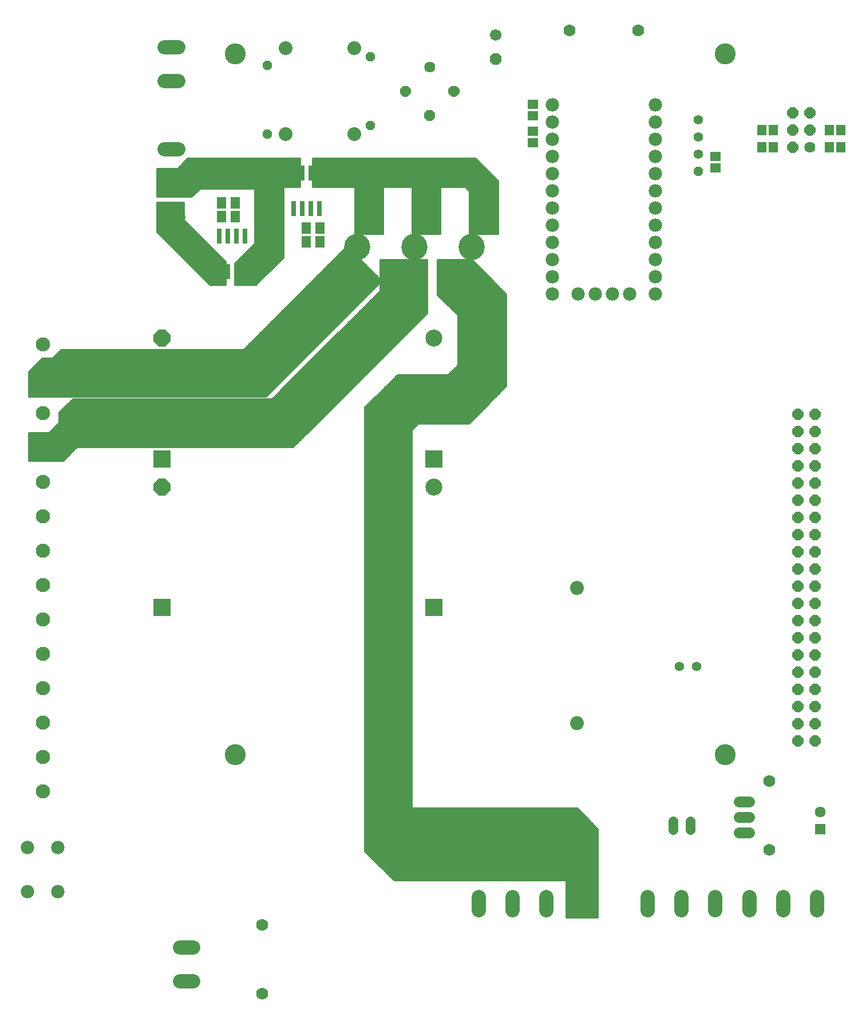
<source format=gbs>
G75*
G70*
%OFA0B0*%
%FSLAX24Y24*%
%IPPOS*%
%LPD*%
%AMOC8*
5,1,8,0,0,1.08239X$1,22.5*
%
%ADD10C,0.1221*%
%ADD11C,0.0160*%
%ADD12C,0.0560*%
%ADD13C,0.0808*%
%ADD14C,0.0780*%
%ADD15R,0.0631X0.0552*%
%ADD16OC8,0.0555*%
%ADD17C,0.0555*%
%ADD18C,0.0820*%
%ADD19R,0.0280X0.0910*%
%ADD20R,0.0552X0.0670*%
%ADD21C,0.0800*%
%ADD22OC8,0.0560*%
%ADD23OC8,0.0640*%
%ADD24R,0.0985X0.0985*%
%ADD25OC8,0.0985*%
%ADD26C,0.0985*%
%ADD27C,0.0640*%
%ADD28C,0.0560*%
%ADD29C,0.0700*%
%ADD30OC8,0.1040*%
%ADD31C,0.1528*%
%ADD32C,0.0640*%
%ADD33R,0.0552X0.0631*%
%ADD34OC8,0.0670*%
%ADD35C,0.0670*%
%ADD36C,0.0128*%
%ADD37R,0.0634X0.0634*%
%ADD38C,0.0634*%
%ADD39C,0.0827*%
D10*
X015012Y015898D03*
X043556Y015898D03*
X043556Y056646D03*
X015012Y056646D03*
D11*
X012256Y050544D02*
X011666Y049953D01*
X010485Y049953D01*
X010485Y048378D01*
X012453Y048378D01*
X012945Y048870D01*
X016193Y048870D01*
X016193Y045622D01*
X015012Y044441D01*
X015012Y043260D01*
X016193Y043260D01*
X017768Y044835D01*
X017768Y048969D01*
X018752Y048969D01*
X018752Y050544D01*
X012256Y050544D01*
X012107Y050395D02*
X018752Y050395D01*
X018752Y050236D02*
X011949Y050236D01*
X011790Y050078D02*
X018752Y050078D01*
X018752Y049919D02*
X010485Y049919D01*
X010485Y049761D02*
X018752Y049761D01*
X018752Y049602D02*
X010485Y049602D01*
X010485Y049444D02*
X018752Y049444D01*
X018752Y049285D02*
X010485Y049285D01*
X010485Y049127D02*
X018752Y049127D01*
X019540Y049127D02*
X030268Y049127D01*
X030268Y049264D02*
X028989Y050544D01*
X019540Y050544D01*
X019540Y050347D01*
X019540Y048969D01*
X022000Y048969D01*
X022000Y046213D01*
X023575Y046213D01*
X023575Y048969D01*
X025347Y048969D01*
X025347Y046213D01*
X026922Y046213D01*
X026922Y048969D01*
X028398Y048969D01*
X028693Y048674D01*
X028693Y046213D01*
X030268Y046213D01*
X030268Y049264D01*
X030247Y049285D02*
X019540Y049285D01*
X019540Y049444D02*
X030089Y049444D01*
X029930Y049602D02*
X019540Y049602D01*
X019540Y049761D02*
X029772Y049761D01*
X029613Y049919D02*
X019540Y049919D01*
X019540Y050078D02*
X029455Y050078D01*
X029296Y050236D02*
X019540Y050236D01*
X019540Y050395D02*
X029138Y050395D01*
X028399Y048968D02*
X030268Y048968D01*
X030268Y048810D02*
X028557Y048810D01*
X028693Y048651D02*
X030268Y048651D01*
X030268Y048493D02*
X028693Y048493D01*
X028693Y048334D02*
X030268Y048334D01*
X030268Y048176D02*
X028693Y048176D01*
X028693Y048017D02*
X030268Y048017D01*
X030268Y047859D02*
X028693Y047859D01*
X028693Y047700D02*
X030268Y047700D01*
X030268Y047542D02*
X028693Y047542D01*
X028693Y047383D02*
X030268Y047383D01*
X030268Y047225D02*
X028693Y047225D01*
X028693Y047066D02*
X030268Y047066D01*
X030268Y046908D02*
X028693Y046908D01*
X028693Y046749D02*
X030268Y046749D01*
X030268Y046591D02*
X028693Y046591D01*
X028693Y046432D02*
X030268Y046432D01*
X030268Y046274D02*
X028693Y046274D01*
X028792Y044638D02*
X026823Y044638D01*
X026823Y042670D01*
X028004Y041489D01*
X028004Y038536D01*
X027414Y037945D01*
X024461Y037945D01*
X023674Y037158D01*
X022689Y036174D01*
X022591Y036075D01*
X022591Y010288D01*
X024264Y008615D01*
X034304Y008615D01*
X034304Y006449D01*
X036075Y006449D01*
X036075Y011567D01*
X034894Y012748D01*
X025248Y012748D01*
X025248Y034796D01*
X025642Y035189D01*
X028595Y035189D01*
X030760Y037355D01*
X030760Y042670D01*
X029185Y044244D01*
X028792Y044638D01*
X028900Y044530D02*
X026823Y044530D01*
X026823Y044372D02*
X029058Y044372D01*
X029217Y044213D02*
X026823Y044213D01*
X026823Y044055D02*
X029375Y044055D01*
X029534Y043896D02*
X026823Y043896D01*
X026823Y043738D02*
X029692Y043738D01*
X029851Y043579D02*
X026823Y043579D01*
X026823Y043421D02*
X030009Y043421D01*
X030168Y043262D02*
X026823Y043262D01*
X026823Y043104D02*
X030326Y043104D01*
X030485Y042945D02*
X026823Y042945D01*
X026823Y042787D02*
X030643Y042787D01*
X030760Y042628D02*
X026865Y042628D01*
X027023Y042470D02*
X030760Y042470D01*
X030760Y042311D02*
X027182Y042311D01*
X027340Y042153D02*
X030760Y042153D01*
X030760Y041994D02*
X027499Y041994D01*
X027657Y041836D02*
X030760Y041836D01*
X030760Y041677D02*
X027816Y041677D01*
X027974Y041519D02*
X030760Y041519D01*
X030760Y041360D02*
X028004Y041360D01*
X028004Y041202D02*
X030760Y041202D01*
X030760Y041043D02*
X028004Y041043D01*
X028004Y040885D02*
X030760Y040885D01*
X030760Y040726D02*
X028004Y040726D01*
X028004Y040568D02*
X030760Y040568D01*
X030760Y040409D02*
X028004Y040409D01*
X028004Y040251D02*
X030760Y040251D01*
X030760Y040092D02*
X028004Y040092D01*
X028004Y039934D02*
X030760Y039934D01*
X030760Y039775D02*
X028004Y039775D01*
X028004Y039617D02*
X030760Y039617D01*
X030760Y039458D02*
X028004Y039458D01*
X028004Y039300D02*
X030760Y039300D01*
X030760Y039141D02*
X028004Y039141D01*
X028004Y038983D02*
X030760Y038983D01*
X030760Y038824D02*
X028004Y038824D01*
X028004Y038666D02*
X030760Y038666D01*
X030760Y038507D02*
X027976Y038507D01*
X027817Y038349D02*
X030760Y038349D01*
X030760Y038190D02*
X027659Y038190D01*
X027500Y038032D02*
X030760Y038032D01*
X030760Y037873D02*
X024389Y037873D01*
X024230Y037715D02*
X030760Y037715D01*
X030760Y037556D02*
X024072Y037556D01*
X023913Y037398D02*
X030760Y037398D01*
X030645Y037239D02*
X023755Y037239D01*
X023596Y037081D02*
X030486Y037081D01*
X030328Y036922D02*
X023438Y036922D01*
X023279Y036764D02*
X030169Y036764D01*
X030011Y036605D02*
X023121Y036605D01*
X022962Y036447D02*
X029852Y036447D01*
X029694Y036288D02*
X022804Y036288D01*
X022645Y036130D02*
X029535Y036130D01*
X029377Y035971D02*
X022591Y035971D01*
X022591Y035813D02*
X029218Y035813D01*
X029060Y035654D02*
X022591Y035654D01*
X022591Y035496D02*
X028901Y035496D01*
X028743Y035337D02*
X022591Y035337D01*
X022591Y035179D02*
X025631Y035179D01*
X025473Y035020D02*
X022591Y035020D01*
X022591Y034862D02*
X025314Y034862D01*
X025248Y034703D02*
X022591Y034703D01*
X022591Y034545D02*
X025248Y034545D01*
X025248Y034386D02*
X022591Y034386D01*
X022591Y034228D02*
X025248Y034228D01*
X025248Y034069D02*
X022591Y034069D01*
X022591Y033911D02*
X025248Y033911D01*
X025248Y033752D02*
X022591Y033752D01*
X022591Y033594D02*
X025248Y033594D01*
X025248Y033435D02*
X022591Y033435D01*
X022591Y033277D02*
X025248Y033277D01*
X025248Y033118D02*
X022591Y033118D01*
X022591Y032960D02*
X025248Y032960D01*
X025248Y032801D02*
X022591Y032801D01*
X022591Y032643D02*
X025248Y032643D01*
X025248Y032484D02*
X022591Y032484D01*
X022591Y032326D02*
X025248Y032326D01*
X025248Y032167D02*
X022591Y032167D01*
X022591Y032009D02*
X025248Y032009D01*
X025248Y031850D02*
X022591Y031850D01*
X022591Y031692D02*
X025248Y031692D01*
X025248Y031533D02*
X022591Y031533D01*
X022591Y031375D02*
X025248Y031375D01*
X025248Y031216D02*
X022591Y031216D01*
X022591Y031058D02*
X025248Y031058D01*
X025248Y030899D02*
X022591Y030899D01*
X022591Y030741D02*
X025248Y030741D01*
X025248Y030582D02*
X022591Y030582D01*
X022591Y030424D02*
X025248Y030424D01*
X025248Y030265D02*
X022591Y030265D01*
X022591Y030107D02*
X025248Y030107D01*
X025248Y029948D02*
X022591Y029948D01*
X022591Y029790D02*
X025248Y029790D01*
X025248Y029631D02*
X022591Y029631D01*
X022591Y029473D02*
X025248Y029473D01*
X025248Y029314D02*
X022591Y029314D01*
X022591Y029156D02*
X025248Y029156D01*
X025248Y028997D02*
X022591Y028997D01*
X022591Y028839D02*
X025248Y028839D01*
X025248Y028680D02*
X022591Y028680D01*
X022591Y028522D02*
X025248Y028522D01*
X025248Y028363D02*
X022591Y028363D01*
X022591Y028205D02*
X025248Y028205D01*
X025248Y028046D02*
X022591Y028046D01*
X022591Y027888D02*
X025248Y027888D01*
X025248Y027729D02*
X022591Y027729D01*
X022591Y027571D02*
X025248Y027571D01*
X025248Y027412D02*
X022591Y027412D01*
X022591Y027254D02*
X025248Y027254D01*
X025248Y027095D02*
X022591Y027095D01*
X022591Y026937D02*
X025248Y026937D01*
X025248Y026778D02*
X022591Y026778D01*
X022591Y026620D02*
X025248Y026620D01*
X025248Y026461D02*
X022591Y026461D01*
X022591Y026303D02*
X025248Y026303D01*
X025248Y026144D02*
X022591Y026144D01*
X022591Y025986D02*
X025248Y025986D01*
X025248Y025827D02*
X022591Y025827D01*
X022591Y025669D02*
X025248Y025669D01*
X025248Y025510D02*
X022591Y025510D01*
X022591Y025352D02*
X025248Y025352D01*
X025248Y025193D02*
X022591Y025193D01*
X022591Y025035D02*
X025248Y025035D01*
X025248Y024876D02*
X022591Y024876D01*
X022591Y024718D02*
X025248Y024718D01*
X025248Y024559D02*
X022591Y024559D01*
X022591Y024401D02*
X025248Y024401D01*
X025248Y024242D02*
X022591Y024242D01*
X022591Y024084D02*
X025248Y024084D01*
X025248Y023925D02*
X022591Y023925D01*
X022591Y023767D02*
X025248Y023767D01*
X025248Y023608D02*
X022591Y023608D01*
X022591Y023450D02*
X025248Y023450D01*
X025248Y023291D02*
X022591Y023291D01*
X022591Y023133D02*
X025248Y023133D01*
X025248Y022974D02*
X022591Y022974D01*
X022591Y022816D02*
X025248Y022816D01*
X025248Y022657D02*
X022591Y022657D01*
X022591Y022499D02*
X025248Y022499D01*
X025248Y022340D02*
X022591Y022340D01*
X022591Y022182D02*
X025248Y022182D01*
X025248Y022023D02*
X022591Y022023D01*
X022591Y021865D02*
X025248Y021865D01*
X025248Y021706D02*
X022591Y021706D01*
X022591Y021548D02*
X025248Y021548D01*
X025248Y021389D02*
X022591Y021389D01*
X022591Y021231D02*
X025248Y021231D01*
X025248Y021072D02*
X022591Y021072D01*
X022591Y020914D02*
X025248Y020914D01*
X025248Y020755D02*
X022591Y020755D01*
X022591Y020597D02*
X025248Y020597D01*
X025248Y020438D02*
X022591Y020438D01*
X022591Y020280D02*
X025248Y020280D01*
X025248Y020121D02*
X022591Y020121D01*
X022591Y019963D02*
X025248Y019963D01*
X025248Y019804D02*
X022591Y019804D01*
X022591Y019646D02*
X025248Y019646D01*
X025248Y019487D02*
X022591Y019487D01*
X022591Y019329D02*
X025248Y019329D01*
X025248Y019170D02*
X022591Y019170D01*
X022591Y019012D02*
X025248Y019012D01*
X025248Y018853D02*
X022591Y018853D01*
X022591Y018695D02*
X025248Y018695D01*
X025248Y018536D02*
X022591Y018536D01*
X022591Y018378D02*
X025248Y018378D01*
X025248Y018219D02*
X022591Y018219D01*
X022591Y018061D02*
X025248Y018061D01*
X025248Y017902D02*
X022591Y017902D01*
X022591Y017744D02*
X025248Y017744D01*
X025248Y017585D02*
X022591Y017585D01*
X022591Y017427D02*
X025248Y017427D01*
X025248Y017268D02*
X022591Y017268D01*
X022591Y017110D02*
X025248Y017110D01*
X025248Y016951D02*
X022591Y016951D01*
X022591Y016793D02*
X025248Y016793D01*
X025248Y016634D02*
X022591Y016634D01*
X022591Y016476D02*
X025248Y016476D01*
X025248Y016317D02*
X022591Y016317D01*
X022591Y016159D02*
X025248Y016159D01*
X025248Y016000D02*
X022591Y016000D01*
X022591Y015842D02*
X025248Y015842D01*
X025248Y015683D02*
X022591Y015683D01*
X022591Y015525D02*
X025248Y015525D01*
X025248Y015366D02*
X022591Y015366D01*
X022591Y015208D02*
X025248Y015208D01*
X025248Y015049D02*
X022591Y015049D01*
X022591Y014891D02*
X025248Y014891D01*
X025248Y014732D02*
X022591Y014732D01*
X022591Y014574D02*
X025248Y014574D01*
X025248Y014415D02*
X022591Y014415D01*
X022591Y014257D02*
X025248Y014257D01*
X025248Y014098D02*
X022591Y014098D01*
X022591Y013940D02*
X025248Y013940D01*
X025248Y013781D02*
X022591Y013781D01*
X022591Y013623D02*
X025248Y013623D01*
X025248Y013464D02*
X022591Y013464D01*
X022591Y013306D02*
X025248Y013306D01*
X025248Y013147D02*
X022591Y013147D01*
X022591Y012989D02*
X025248Y012989D01*
X025248Y012830D02*
X022591Y012830D01*
X022591Y012672D02*
X034971Y012672D01*
X035130Y012513D02*
X022591Y012513D01*
X022591Y012355D02*
X035288Y012355D01*
X035447Y012196D02*
X022591Y012196D01*
X022591Y012038D02*
X035605Y012038D01*
X035764Y011879D02*
X022591Y011879D01*
X022591Y011721D02*
X035922Y011721D01*
X036075Y011562D02*
X022591Y011562D01*
X022591Y011404D02*
X036075Y011404D01*
X036075Y011245D02*
X022591Y011245D01*
X022591Y011087D02*
X036075Y011087D01*
X036075Y010928D02*
X022591Y010928D01*
X022591Y010770D02*
X036075Y010770D01*
X036075Y010611D02*
X022591Y010611D01*
X022591Y010453D02*
X036075Y010453D01*
X036075Y010294D02*
X022591Y010294D01*
X022743Y010136D02*
X036075Y010136D01*
X036075Y009977D02*
X022902Y009977D01*
X023060Y009819D02*
X036075Y009819D01*
X036075Y009660D02*
X023219Y009660D01*
X023377Y009502D02*
X036075Y009502D01*
X036075Y009343D02*
X023536Y009343D01*
X023694Y009185D02*
X036075Y009185D01*
X036075Y009026D02*
X023853Y009026D01*
X024011Y008868D02*
X036075Y008868D01*
X036075Y008709D02*
X024170Y008709D01*
X034304Y008551D02*
X036075Y008551D01*
X036075Y008392D02*
X034304Y008392D01*
X034304Y008234D02*
X036075Y008234D01*
X036075Y008075D02*
X034304Y008075D01*
X034304Y007917D02*
X036075Y007917D01*
X036075Y007758D02*
X034304Y007758D01*
X034304Y007600D02*
X036075Y007600D01*
X036075Y007441D02*
X034304Y007441D01*
X034304Y007283D02*
X036075Y007283D01*
X036075Y007124D02*
X034304Y007124D01*
X034304Y006966D02*
X036075Y006966D01*
X036075Y006807D02*
X034304Y006807D01*
X034304Y006649D02*
X036075Y006649D01*
X036075Y006490D02*
X034304Y006490D01*
X018359Y033811D02*
X019933Y035386D01*
X026036Y041489D01*
X026134Y041587D01*
X026134Y044638D01*
X023477Y044638D01*
X023477Y042867D01*
X023280Y042670D01*
X018359Y037748D01*
X017178Y036567D01*
X005563Y036567D01*
X004776Y035780D01*
X004776Y035189D01*
X004185Y034599D01*
X003004Y034599D01*
X003004Y033024D01*
X004973Y033024D01*
X005760Y033811D01*
X018359Y033811D01*
X018458Y033911D02*
X003004Y033911D01*
X003004Y034069D02*
X018616Y034069D01*
X018775Y034228D02*
X003004Y034228D01*
X003004Y034386D02*
X018933Y034386D01*
X019092Y034545D02*
X003004Y034545D01*
X003004Y033752D02*
X005701Y033752D01*
X005542Y033594D02*
X003004Y033594D01*
X003004Y033435D02*
X005384Y033435D01*
X005225Y033277D02*
X003004Y033277D01*
X003004Y033118D02*
X005067Y033118D01*
X004290Y034703D02*
X019250Y034703D01*
X019409Y034862D02*
X004448Y034862D01*
X004607Y035020D02*
X019567Y035020D01*
X019726Y035179D02*
X004765Y035179D01*
X004776Y035337D02*
X019884Y035337D01*
X020043Y035496D02*
X004776Y035496D01*
X004776Y035654D02*
X020201Y035654D01*
X020360Y035813D02*
X004809Y035813D01*
X004967Y035971D02*
X020518Y035971D01*
X020677Y036130D02*
X005126Y036130D01*
X005284Y036288D02*
X020835Y036288D01*
X020994Y036447D02*
X005443Y036447D01*
X004382Y038930D02*
X003792Y038930D01*
X003004Y038142D01*
X003004Y036764D01*
X016784Y036764D01*
X019737Y039717D01*
X023477Y043457D01*
X023280Y043654D01*
X023083Y043851D01*
X021508Y045426D01*
X017178Y041095D01*
X015504Y039422D01*
X004874Y039422D01*
X004776Y039323D01*
X004382Y038930D01*
X004435Y038983D02*
X019002Y038983D01*
X019161Y039141D02*
X004594Y039141D01*
X004752Y039300D02*
X019319Y039300D01*
X019478Y039458D02*
X015541Y039458D01*
X015699Y039617D02*
X019636Y039617D01*
X019795Y039775D02*
X015858Y039775D01*
X016016Y039934D02*
X019953Y039934D01*
X020112Y040092D02*
X016175Y040092D01*
X016333Y040251D02*
X020270Y040251D01*
X020429Y040409D02*
X016492Y040409D01*
X016650Y040568D02*
X020587Y040568D01*
X020746Y040726D02*
X016809Y040726D01*
X016967Y040885D02*
X020904Y040885D01*
X021063Y041043D02*
X017126Y041043D01*
X017284Y041202D02*
X021221Y041202D01*
X021380Y041360D02*
X017443Y041360D01*
X017601Y041519D02*
X021538Y041519D01*
X021697Y041677D02*
X017760Y041677D01*
X017918Y041836D02*
X021855Y041836D01*
X022014Y041994D02*
X018077Y041994D01*
X018235Y042153D02*
X022172Y042153D01*
X022331Y042311D02*
X018394Y042311D01*
X018552Y042470D02*
X022489Y042470D01*
X022648Y042628D02*
X018711Y042628D01*
X018869Y042787D02*
X022806Y042787D01*
X022965Y042945D02*
X019028Y042945D01*
X019186Y043104D02*
X023123Y043104D01*
X023282Y043262D02*
X019345Y043262D01*
X019503Y043421D02*
X023440Y043421D01*
X023477Y043421D02*
X026134Y043421D01*
X026134Y043579D02*
X023477Y043579D01*
X023355Y043579D02*
X019662Y043579D01*
X019820Y043738D02*
X023196Y043738D01*
X023038Y043896D02*
X019979Y043896D01*
X020137Y044055D02*
X022879Y044055D01*
X022721Y044213D02*
X020296Y044213D01*
X020454Y044372D02*
X022562Y044372D01*
X022404Y044530D02*
X020613Y044530D01*
X020771Y044689D02*
X022245Y044689D01*
X022087Y044847D02*
X020930Y044847D01*
X021088Y045006D02*
X021928Y045006D01*
X021770Y045164D02*
X021247Y045164D01*
X021405Y045323D02*
X021611Y045323D01*
X022000Y046274D02*
X023575Y046274D01*
X023575Y046432D02*
X022000Y046432D01*
X022000Y046591D02*
X023575Y046591D01*
X023575Y046749D02*
X022000Y046749D01*
X022000Y046908D02*
X023575Y046908D01*
X023575Y047066D02*
X022000Y047066D01*
X022000Y047225D02*
X023575Y047225D01*
X023575Y047383D02*
X022000Y047383D01*
X022000Y047542D02*
X023575Y047542D01*
X023575Y047700D02*
X022000Y047700D01*
X022000Y047859D02*
X023575Y047859D01*
X023575Y048017D02*
X022000Y048017D01*
X022000Y048176D02*
X023575Y048176D01*
X023575Y048334D02*
X022000Y048334D01*
X022000Y048493D02*
X023575Y048493D01*
X023575Y048651D02*
X022000Y048651D01*
X022000Y048810D02*
X023575Y048810D01*
X023575Y048968D02*
X022000Y048968D01*
X025347Y048968D02*
X026922Y048968D01*
X026922Y048810D02*
X025347Y048810D01*
X025347Y048651D02*
X026922Y048651D01*
X026922Y048493D02*
X025347Y048493D01*
X025347Y048334D02*
X026922Y048334D01*
X026922Y048176D02*
X025347Y048176D01*
X025347Y048017D02*
X026922Y048017D01*
X026922Y047859D02*
X025347Y047859D01*
X025347Y047700D02*
X026922Y047700D01*
X026922Y047542D02*
X025347Y047542D01*
X025347Y047383D02*
X026922Y047383D01*
X026922Y047225D02*
X025347Y047225D01*
X025347Y047066D02*
X026922Y047066D01*
X026922Y046908D02*
X025347Y046908D01*
X025347Y046749D02*
X026922Y046749D01*
X026922Y046591D02*
X025347Y046591D01*
X025347Y046432D02*
X026922Y046432D01*
X026922Y046274D02*
X025347Y046274D01*
X026134Y044530D02*
X023477Y044530D01*
X023477Y044372D02*
X026134Y044372D01*
X026134Y044213D02*
X023477Y044213D01*
X023477Y044055D02*
X026134Y044055D01*
X026134Y043896D02*
X023477Y043896D01*
X023477Y043738D02*
X026134Y043738D01*
X026134Y043262D02*
X023477Y043262D01*
X023477Y043104D02*
X026134Y043104D01*
X026134Y042945D02*
X023477Y042945D01*
X023397Y042787D02*
X026134Y042787D01*
X026134Y042628D02*
X023238Y042628D01*
X023080Y042470D02*
X026134Y042470D01*
X026134Y042311D02*
X022921Y042311D01*
X022763Y042153D02*
X026134Y042153D01*
X026134Y041994D02*
X022604Y041994D01*
X022446Y041836D02*
X026134Y041836D01*
X026134Y041677D02*
X022287Y041677D01*
X022129Y041519D02*
X026066Y041519D01*
X025907Y041360D02*
X021970Y041360D01*
X021812Y041202D02*
X025749Y041202D01*
X025590Y041043D02*
X021653Y041043D01*
X021495Y040885D02*
X025432Y040885D01*
X025273Y040726D02*
X021336Y040726D01*
X021178Y040568D02*
X025115Y040568D01*
X024956Y040409D02*
X021019Y040409D01*
X020861Y040251D02*
X024798Y040251D01*
X024639Y040092D02*
X020702Y040092D01*
X020544Y039934D02*
X024481Y039934D01*
X024322Y039775D02*
X020385Y039775D01*
X020227Y039617D02*
X024164Y039617D01*
X024005Y039458D02*
X020068Y039458D01*
X019910Y039300D02*
X023847Y039300D01*
X023688Y039141D02*
X019751Y039141D01*
X019593Y038983D02*
X023530Y038983D01*
X023371Y038824D02*
X019434Y038824D01*
X019276Y038666D02*
X023213Y038666D01*
X023054Y038507D02*
X019117Y038507D01*
X018959Y038349D02*
X022896Y038349D01*
X022737Y038190D02*
X018800Y038190D01*
X018642Y038032D02*
X022579Y038032D01*
X022420Y037873D02*
X018483Y037873D01*
X018325Y037715D02*
X022262Y037715D01*
X022103Y037556D02*
X018166Y037556D01*
X018008Y037398D02*
X021945Y037398D01*
X021786Y037239D02*
X017849Y037239D01*
X017691Y037081D02*
X021628Y037081D01*
X021469Y036922D02*
X017532Y036922D01*
X017374Y036764D02*
X021311Y036764D01*
X021152Y036605D02*
X017215Y036605D01*
X016942Y036922D02*
X003004Y036922D01*
X003004Y037081D02*
X017100Y037081D01*
X017259Y037239D02*
X003004Y037239D01*
X003004Y037398D02*
X017417Y037398D01*
X017576Y037556D02*
X003004Y037556D01*
X003004Y037715D02*
X017734Y037715D01*
X017893Y037873D02*
X003004Y037873D01*
X003004Y038032D02*
X018051Y038032D01*
X018210Y038190D02*
X003052Y038190D01*
X003211Y038349D02*
X018368Y038349D01*
X018527Y038507D02*
X003369Y038507D01*
X003528Y038666D02*
X018685Y038666D01*
X018844Y038824D02*
X003686Y038824D01*
X010583Y046213D02*
X010485Y046311D01*
X010485Y047985D01*
X011961Y047985D01*
X011961Y047000D01*
X014422Y044540D01*
X014422Y043260D01*
X013536Y043260D01*
X012847Y043949D01*
X010583Y046213D01*
X010522Y046274D02*
X012688Y046274D01*
X012529Y046432D02*
X010485Y046432D01*
X010485Y046591D02*
X012371Y046591D01*
X012212Y046749D02*
X010485Y046749D01*
X010485Y046908D02*
X012054Y046908D01*
X011961Y047066D02*
X010485Y047066D01*
X010485Y047225D02*
X011961Y047225D01*
X011961Y047383D02*
X010485Y047383D01*
X010485Y047542D02*
X011961Y047542D01*
X011961Y047700D02*
X010485Y047700D01*
X010485Y047859D02*
X011961Y047859D01*
X012567Y048493D02*
X010485Y048493D01*
X010485Y048651D02*
X012726Y048651D01*
X012884Y048810D02*
X010485Y048810D01*
X010485Y048968D02*
X017768Y048968D01*
X017768Y048810D02*
X016193Y048810D01*
X016193Y048651D02*
X017768Y048651D01*
X017768Y048493D02*
X016193Y048493D01*
X016193Y048334D02*
X017768Y048334D01*
X017768Y048176D02*
X016193Y048176D01*
X016193Y048017D02*
X017768Y048017D01*
X017768Y047859D02*
X016193Y047859D01*
X016193Y047700D02*
X017768Y047700D01*
X017768Y047542D02*
X016193Y047542D01*
X016193Y047383D02*
X017768Y047383D01*
X017768Y047225D02*
X016193Y047225D01*
X016193Y047066D02*
X017768Y047066D01*
X017768Y046908D02*
X016193Y046908D01*
X016193Y046749D02*
X017768Y046749D01*
X017768Y046591D02*
X016193Y046591D01*
X016193Y046432D02*
X017768Y046432D01*
X017768Y046274D02*
X016193Y046274D01*
X016193Y046115D02*
X017768Y046115D01*
X017768Y045957D02*
X016193Y045957D01*
X016193Y045798D02*
X017768Y045798D01*
X017768Y045640D02*
X016193Y045640D01*
X016052Y045481D02*
X017768Y045481D01*
X017768Y045323D02*
X015893Y045323D01*
X015735Y045164D02*
X017768Y045164D01*
X017768Y045006D02*
X015576Y045006D01*
X015418Y044847D02*
X017768Y044847D01*
X017622Y044689D02*
X015259Y044689D01*
X015101Y044530D02*
X017463Y044530D01*
X017305Y044372D02*
X015012Y044372D01*
X015012Y044213D02*
X017146Y044213D01*
X016988Y044055D02*
X015012Y044055D01*
X015012Y043896D02*
X016829Y043896D01*
X016671Y043738D02*
X015012Y043738D01*
X015012Y043579D02*
X016512Y043579D01*
X016354Y043421D02*
X015012Y043421D01*
X015012Y043262D02*
X016195Y043262D01*
X014422Y043262D02*
X013534Y043262D01*
X013375Y043421D02*
X014422Y043421D01*
X014422Y043579D02*
X013217Y043579D01*
X013058Y043738D02*
X014422Y043738D01*
X014422Y043896D02*
X012900Y043896D01*
X012741Y044055D02*
X014422Y044055D01*
X014422Y044213D02*
X012583Y044213D01*
X012424Y044372D02*
X014422Y044372D01*
X014422Y044530D02*
X012266Y044530D01*
X012107Y044689D02*
X014273Y044689D01*
X014114Y044847D02*
X011949Y044847D01*
X011790Y045006D02*
X013956Y045006D01*
X013797Y045164D02*
X011632Y045164D01*
X011473Y045323D02*
X013639Y045323D01*
X013480Y045481D02*
X011315Y045481D01*
X011156Y045640D02*
X013322Y045640D01*
X013163Y045798D02*
X010998Y045798D01*
X010839Y045957D02*
X013005Y045957D01*
X012846Y046115D02*
X010681Y046115D01*
D12*
X040890Y021016D03*
X041890Y021016D03*
D13*
X034894Y017709D03*
X034894Y025583D03*
D14*
X002902Y007925D03*
X004682Y007925D03*
X004682Y010485D03*
X002902Y010485D03*
X033469Y042674D03*
X033469Y043674D03*
X033469Y044674D03*
X033469Y045674D03*
X033469Y046674D03*
X033469Y047674D03*
X033469Y048674D03*
X033469Y049674D03*
X033469Y050674D03*
X033469Y051674D03*
X033469Y052674D03*
X033469Y053674D03*
X039469Y053674D03*
X039469Y052674D03*
X039469Y051674D03*
X039469Y050674D03*
X039469Y049674D03*
X039469Y048674D03*
X039469Y047674D03*
X039469Y046674D03*
X039469Y045674D03*
X039469Y044674D03*
X039469Y043674D03*
X039469Y042674D03*
X037969Y042674D03*
X036969Y042674D03*
X035969Y042674D03*
X034969Y042674D03*
D15*
X032335Y051489D03*
X032335Y052158D03*
X032335Y053063D03*
X032335Y053733D03*
X042965Y050681D03*
X042965Y050012D03*
D16*
X041981Y049831D03*
D17*
X041981Y050831D03*
X041981Y051831D03*
X041981Y052831D03*
D18*
X011662Y051136D02*
X010882Y051136D01*
X010882Y049166D02*
X011662Y049166D01*
X011662Y047196D02*
X010882Y047196D01*
X010882Y055076D02*
X011662Y055076D01*
X011662Y057046D02*
X010882Y057046D01*
X029180Y007627D02*
X029180Y006847D01*
X031150Y006847D02*
X031150Y007627D01*
X033117Y007627D02*
X033117Y006847D01*
X035087Y006847D02*
X035087Y007627D01*
X039022Y007627D02*
X039022Y006847D01*
X040992Y006847D02*
X040992Y007627D01*
X042959Y007627D02*
X042959Y006847D01*
X044929Y006847D02*
X044929Y007627D01*
X046896Y007627D02*
X046896Y006847D01*
X048866Y006847D02*
X048866Y007627D01*
X012548Y004683D02*
X011768Y004683D01*
X011768Y002713D02*
X012548Y002713D01*
D19*
X014065Y044002D03*
X014565Y044002D03*
X015065Y044002D03*
X015565Y044002D03*
X015565Y046062D03*
X015065Y046062D03*
X014565Y046062D03*
X014065Y046062D03*
X018396Y047644D03*
X018896Y047644D03*
X019396Y047644D03*
X019896Y047644D03*
X019896Y049704D03*
X019396Y049704D03*
X018896Y049704D03*
X018396Y049704D03*
D20*
X019146Y046508D03*
X019933Y046508D03*
X019933Y045721D03*
X019146Y045721D03*
X015012Y047197D03*
X015012Y047985D03*
X014225Y047985D03*
X014225Y047197D03*
D21*
X017933Y051981D03*
X021933Y051981D03*
X021933Y056981D03*
X017933Y056981D03*
D22*
X016882Y055989D03*
X016882Y051989D03*
X022886Y052481D03*
X022886Y056481D03*
D23*
X047485Y053217D03*
X048485Y053217D03*
X048485Y052217D03*
X047485Y052217D03*
X047485Y051217D03*
X047792Y035693D03*
X047792Y034693D03*
X047792Y033693D03*
X047792Y032693D03*
X047792Y031693D03*
X047792Y030693D03*
X047792Y029693D03*
X047792Y028693D03*
X047792Y027693D03*
X047792Y026693D03*
X047792Y025693D03*
X047792Y024693D03*
X047792Y023693D03*
X047792Y022693D03*
X047792Y021693D03*
X047792Y020693D03*
X047792Y019693D03*
X047792Y018693D03*
X047792Y017693D03*
X047792Y016693D03*
X048792Y016693D03*
X048792Y017693D03*
X048792Y018693D03*
X048792Y019693D03*
X048792Y020693D03*
X048792Y021693D03*
X048792Y022693D03*
X048792Y023693D03*
X048792Y024693D03*
X048792Y025693D03*
X048792Y026693D03*
X048792Y027693D03*
X048792Y028693D03*
X048792Y029693D03*
X048792Y030693D03*
X048792Y031693D03*
X048792Y032693D03*
X048792Y033693D03*
X048792Y034693D03*
X048792Y035693D03*
D24*
X026587Y033103D03*
X026587Y024441D03*
X010760Y024441D03*
X010760Y033103D03*
D25*
X010760Y031449D03*
X010760Y040111D03*
D26*
X026587Y040111D03*
X026587Y031449D03*
D27*
X044330Y013156D02*
X044930Y013156D01*
X044930Y012256D02*
X044330Y012256D01*
X044330Y011356D02*
X044930Y011356D01*
D28*
X041496Y011504D02*
X041496Y012024D01*
X040496Y012024D02*
X040496Y011504D01*
D29*
X046115Y010355D03*
X046115Y014355D03*
X016587Y005989D03*
X016587Y001989D03*
X034469Y058024D03*
X038469Y058024D03*
D30*
X029473Y046926D03*
X028111Y043926D03*
X026126Y046926D03*
X024764Y043926D03*
X022780Y046926D03*
X021418Y043926D03*
D31*
X022099Y045426D03*
X025445Y045426D03*
X028792Y045426D03*
D32*
X026331Y055895D03*
X048485Y051217D03*
D33*
X049619Y051233D03*
X050288Y051233D03*
X050288Y052217D03*
X049619Y052217D03*
X046351Y052217D03*
X045681Y052217D03*
X045681Y051233D03*
X046351Y051233D03*
D34*
X030170Y056340D03*
D35*
X030170Y057740D03*
D36*
X027787Y054290D02*
X027851Y054226D01*
X027639Y054226D01*
X027490Y054375D01*
X027490Y054587D01*
X027639Y054736D01*
X027851Y054736D01*
X028000Y054587D01*
X028000Y054375D01*
X027851Y054226D01*
X027811Y054322D01*
X027679Y054322D01*
X027586Y054415D01*
X027586Y054547D01*
X027679Y054640D01*
X027811Y054640D01*
X027904Y054547D01*
X027904Y054415D01*
X027811Y054322D01*
X027771Y054418D01*
X027719Y054418D01*
X027682Y054455D01*
X027682Y054507D01*
X027719Y054544D01*
X027771Y054544D01*
X027808Y054507D01*
X027808Y054455D01*
X027771Y054418D01*
X026373Y052875D02*
X026437Y052811D01*
X026225Y052811D01*
X026076Y052960D01*
X026076Y053172D01*
X026225Y053321D01*
X026437Y053321D01*
X026586Y053172D01*
X026586Y052960D01*
X026437Y052811D01*
X026397Y052907D01*
X026265Y052907D01*
X026172Y053000D01*
X026172Y053132D01*
X026265Y053225D01*
X026397Y053225D01*
X026490Y053132D01*
X026490Y053000D01*
X026397Y052907D01*
X026357Y053003D01*
X026305Y053003D01*
X026268Y053040D01*
X026268Y053092D01*
X026305Y053129D01*
X026357Y053129D01*
X026394Y053092D01*
X026394Y053040D01*
X026357Y053003D01*
X024959Y054290D02*
X025023Y054226D01*
X024811Y054226D01*
X024662Y054375D01*
X024662Y054587D01*
X024811Y054736D01*
X025023Y054736D01*
X025172Y054587D01*
X025172Y054375D01*
X025023Y054226D01*
X024983Y054322D01*
X024851Y054322D01*
X024758Y054415D01*
X024758Y054547D01*
X024851Y054640D01*
X024983Y054640D01*
X025076Y054547D01*
X025076Y054415D01*
X024983Y054322D01*
X024943Y054418D01*
X024891Y054418D01*
X024854Y054455D01*
X024854Y054507D01*
X024891Y054544D01*
X024943Y054544D01*
X024980Y054507D01*
X024980Y054455D01*
X024943Y054418D01*
D37*
X049067Y011567D03*
D38*
X049067Y012567D03*
D39*
X003802Y013750D03*
X003802Y015750D03*
X003802Y017748D03*
X003802Y019748D03*
X003802Y021747D03*
X003802Y023747D03*
X003802Y025745D03*
X003802Y027745D03*
X003802Y029744D03*
X003802Y031744D03*
X003802Y033742D03*
X003802Y035742D03*
X003802Y037741D03*
X003802Y039741D03*
M02*

</source>
